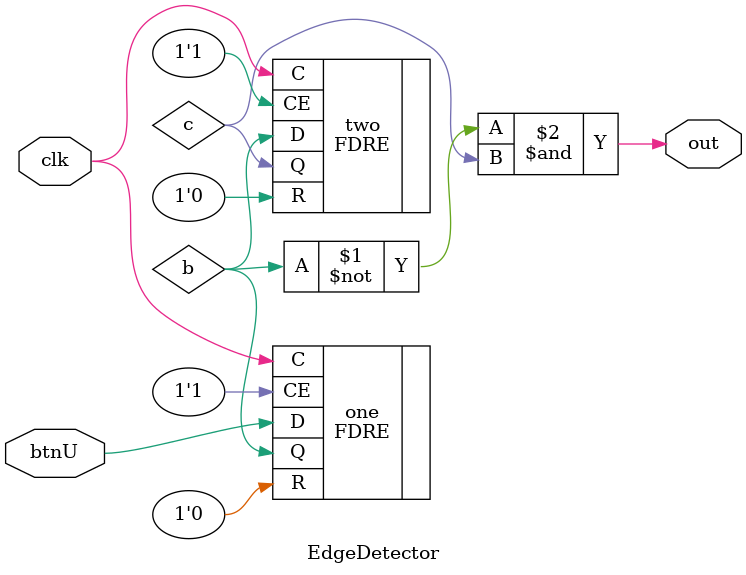
<source format=v>
`timescale 1ns / 1ps


module EdgeDetector(
    input btnU,
    input clk,
    output out
    );
    wire b, c;
    FDRE #(.INIT(1'b0)) one (.C(clk),  .R(1'b0), .CE(1'b1), .D(btnU), .Q(b));
    FDRE #(.INIT(1'b0)) two (.C(clk),  .R(1'b0), .CE(1'b1), .D(b), .Q(c));
    assign out = ~b&c;
endmodule

</source>
